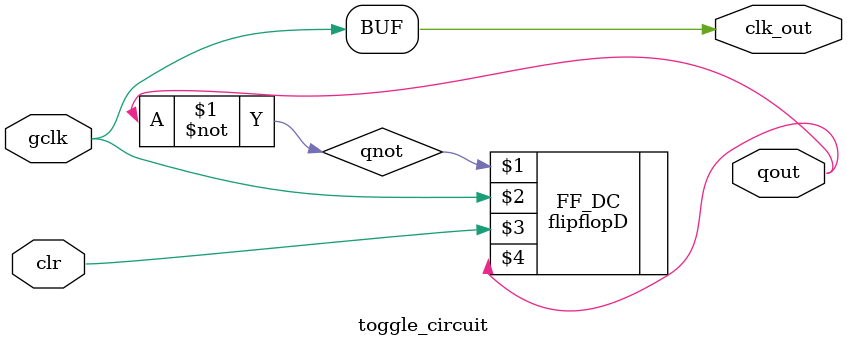
<source format=v>
`timescale 1ns / 1ps
module toggle_circuit(
    input gclk,
    input clr,
    output qout,
    output clk_out
    );
	 
	wire qnot , buffer;
		not(qnot , qout);
		buf(clk_out, gclk);
	
	flipflopD FF_DC(qnot , gclk , clr , qout);

endmodule

</source>
